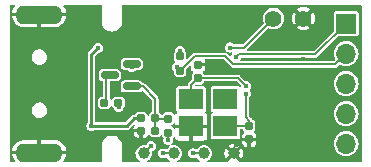
<source format=gbr>
%TF.GenerationSoftware,KiCad,Pcbnew,7.0.9*%
%TF.CreationDate,2024-09-12T17:04:34+08:00*%
%TF.ProjectId,FlyingStone-clone-01,466c7969-6e67-4537-946f-6e652d636c6f,rev?*%
%TF.SameCoordinates,Original*%
%TF.FileFunction,Copper,L2,Bot*%
%TF.FilePolarity,Positive*%
%FSLAX46Y46*%
G04 Gerber Fmt 4.6, Leading zero omitted, Abs format (unit mm)*
G04 Created by KiCad (PCBNEW 7.0.9) date 2024-09-12 17:04:34*
%MOMM*%
%LPD*%
G01*
G04 APERTURE LIST*
G04 Aperture macros list*
%AMRoundRect*
0 Rectangle with rounded corners*
0 $1 Rounding radius*
0 $2 $3 $4 $5 $6 $7 $8 $9 X,Y pos of 4 corners*
0 Add a 4 corners polygon primitive as box body*
4,1,4,$2,$3,$4,$5,$6,$7,$8,$9,$2,$3,0*
0 Add four circle primitives for the rounded corners*
1,1,$1+$1,$2,$3*
1,1,$1+$1,$4,$5*
1,1,$1+$1,$6,$7*
1,1,$1+$1,$8,$9*
0 Add four rect primitives between the rounded corners*
20,1,$1+$1,$2,$3,$4,$5,0*
20,1,$1+$1,$4,$5,$6,$7,0*
20,1,$1+$1,$6,$7,$8,$9,0*
20,1,$1+$1,$8,$9,$2,$3,0*%
G04 Aperture macros list end*
%TA.AperFunction,ComponentPad*%
%ADD10O,4.000000X1.600000*%
%TD*%
%TA.AperFunction,ComponentPad*%
%ADD11R,1.700000X1.700000*%
%TD*%
%TA.AperFunction,ComponentPad*%
%ADD12O,1.700000X1.700000*%
%TD*%
%TA.AperFunction,ComponentPad*%
%ADD13C,1.400000*%
%TD*%
%TA.AperFunction,SMDPad,CuDef*%
%ADD14RoundRect,0.150000X0.587500X0.150000X-0.587500X0.150000X-0.587500X-0.150000X0.587500X-0.150000X0*%
%TD*%
%TA.AperFunction,SMDPad,CuDef*%
%ADD15RoundRect,0.155000X0.155000X-0.212500X0.155000X0.212500X-0.155000X0.212500X-0.155000X-0.212500X0*%
%TD*%
%TA.AperFunction,SMDPad,CuDef*%
%ADD16C,1.000000*%
%TD*%
%TA.AperFunction,SMDPad,CuDef*%
%ADD17RoundRect,0.160000X0.160000X-0.197500X0.160000X0.197500X-0.160000X0.197500X-0.160000X-0.197500X0*%
%TD*%
%TA.AperFunction,SMDPad,CuDef*%
%ADD18RoundRect,0.160000X-0.160000X0.197500X-0.160000X-0.197500X0.160000X-0.197500X0.160000X0.197500X0*%
%TD*%
%TA.AperFunction,SMDPad,CuDef*%
%ADD19R,2.100000X1.800000*%
%TD*%
%TA.AperFunction,SMDPad,CuDef*%
%ADD20RoundRect,0.155000X-0.155000X0.212500X-0.155000X-0.212500X0.155000X-0.212500X0.155000X0.212500X0*%
%TD*%
%TA.AperFunction,SMDPad,CuDef*%
%ADD21RoundRect,0.160000X0.197500X0.160000X-0.197500X0.160000X-0.197500X-0.160000X0.197500X-0.160000X0*%
%TD*%
%TA.AperFunction,SMDPad,CuDef*%
%ADD22RoundRect,0.160000X-0.197500X-0.160000X0.197500X-0.160000X0.197500X0.160000X-0.197500X0.160000X0*%
%TD*%
%TA.AperFunction,ViaPad*%
%ADD23C,0.450000*%
%TD*%
%TA.AperFunction,Conductor*%
%ADD24C,0.250000*%
%TD*%
%TA.AperFunction,Conductor*%
%ADD25C,0.150000*%
%TD*%
G04 APERTURE END LIST*
D10*
%TO.P,J1,10,SHIELD*%
%TO.N,GND*%
X102600000Y-112600000D03*
X102600000Y-100900000D03*
%TD*%
D11*
%TO.P,J2,1,Pin_1*%
%TO.N,STLK_JTCK*%
X128580000Y-101670000D03*
D12*
%TO.P,J2,2,Pin_2*%
%TO.N,STLK_JTMS*%
X128580000Y-104210000D03*
%TO.P,J2,3,Pin_3*%
%TO.N,T_NRST*%
X128580000Y-106750000D03*
%TO.P,J2,4,Pin_4*%
%TO.N,STLK_RX*%
X128580000Y-109290000D03*
%TO.P,J2,5,Pin_5*%
%TO.N,STLK_TX*%
X128580000Y-111830000D03*
%TD*%
D13*
%TO.P,SW1,1,1*%
%TO.N,GND*%
X124970000Y-101240000D03*
%TO.P,SW1,2,2*%
%TO.N,PA5*%
X122430000Y-101240000D03*
%TD*%
D14*
%TO.P,Q1,1,C*%
%TO.N,+3.3V*%
X110430000Y-105080000D03*
%TO.P,Q1,2,B*%
%TO.N,Net-(Q1-B)*%
X110430000Y-106980000D03*
%TO.P,Q1,3,E*%
%TO.N,Net-(Q1-E)*%
X108555000Y-106030000D03*
%TD*%
D15*
%TO.P,C8,1*%
%TO.N,Net-(U1-PD1)*%
X116030000Y-106270000D03*
%TO.P,C8,2*%
%TO.N,GND*%
X116030000Y-105135000D03*
%TD*%
D16*
%TO.P,TP2,1,1*%
%TO.N,SWDIO*%
X113990000Y-112660000D03*
%TD*%
D17*
%TO.P,R4,1*%
%TO.N,USB_RENUM*%
X113530000Y-110903750D03*
%TO.P,R4,2*%
%TO.N,Net-(Q1-B)*%
X113530000Y-109708750D03*
%TD*%
D16*
%TO.P,TP3,1,1*%
%TO.N,SWCLK*%
X116530000Y-112660000D03*
%TD*%
%TO.P,TP1,1,1*%
%TO.N,+3.3V*%
X111450000Y-112660000D03*
%TD*%
D18*
%TO.P,R11,1*%
%TO.N,Net-(U1-PB12)*%
X114530000Y-104450000D03*
%TO.P,R11,2*%
%TO.N,STLK_JTMS*%
X114530000Y-105645000D03*
%TD*%
D19*
%TO.P,Y1,1,1*%
%TO.N,Net-(U1-PD0)*%
X118360000Y-110370000D03*
%TO.P,Y1,2,2*%
%TO.N,GND*%
X115460000Y-110370000D03*
%TO.P,Y1,3,3*%
%TO.N,Net-(U1-PD1)*%
X115460000Y-108070000D03*
%TO.P,Y1,4*%
%TO.N,N/C*%
X118360000Y-108070000D03*
%TD*%
D20*
%TO.P,C7,1*%
%TO.N,Net-(U1-PD0)*%
X120380000Y-110342500D03*
%TO.P,C7,2*%
%TO.N,GND*%
X120380000Y-111477500D03*
%TD*%
D21*
%TO.P,R1,1*%
%TO.N,Net-(J1-D+)*%
X109307500Y-108380000D03*
%TO.P,R1,2*%
%TO.N,Net-(Q1-E)*%
X108112500Y-108380000D03*
%TD*%
%TO.P,R2,1*%
%TO.N,Net-(Q1-B)*%
X112425000Y-109700000D03*
%TO.P,R2,2*%
%TO.N,+5V*%
X111230000Y-109700000D03*
%TD*%
D16*
%TO.P,TP4,1,1*%
%TO.N,GND*%
X119070000Y-112660000D03*
%TD*%
D22*
%TO.P,R3,1*%
%TO.N,GND*%
X111235000Y-110740000D03*
%TO.P,R3,2*%
%TO.N,Net-(Q1-B)*%
X112430000Y-110740000D03*
%TD*%
D23*
%TO.N,+5V*%
X107020000Y-110340000D03*
X107550000Y-103760000D03*
%TO.N,GND*%
X122120000Y-111880000D03*
X109290000Y-103070000D03*
X106180000Y-103750000D03*
X111440000Y-102370000D03*
X124950000Y-104700000D03*
X108610000Y-105310000D03*
X109990000Y-108750000D03*
X124980000Y-109520000D03*
X110467500Y-110970000D03*
X113930000Y-100810000D03*
X119240000Y-111910000D03*
X120170000Y-106000000D03*
X113850000Y-109000000D03*
%TO.N,+3.3V*%
X110440000Y-105360000D03*
X112090000Y-112030000D03*
%TO.N,Net-(U1-PD0)*%
X120090000Y-107600000D03*
%TO.N,Net-(U1-PD1)*%
X120090000Y-106950000D03*
%TO.N,Net-(J1-D+)*%
X109310000Y-108740000D03*
%TO.N,STLK_JTCK*%
X119260000Y-104500000D03*
%TO.N,STLK_JTMS*%
X114270000Y-105370000D03*
%TO.N,USB_RENUM*%
X113530000Y-111530000D03*
%TO.N,Net-(U1-PB12)*%
X114530000Y-104000000D03*
%TO.N,PA5*%
X118750000Y-103700000D03*
%TO.N,SWDIO*%
X113090000Y-112660000D03*
%TO.N,SWCLK*%
X115620000Y-112660000D03*
%TD*%
D24*
%TO.N,+5V*%
X110000000Y-110350000D02*
X107030000Y-110350000D01*
X111230000Y-109700000D02*
X110650000Y-109700000D01*
X107550000Y-103730000D02*
X107010000Y-104270000D01*
X107010000Y-104270000D02*
X107010000Y-110340000D01*
X110650000Y-109700000D02*
X110000000Y-110350000D01*
D25*
%TO.N,+3.3V*%
X111450000Y-112660000D02*
X111460000Y-112660000D01*
X111460000Y-112660000D02*
X112090000Y-112030000D01*
%TO.N,Net-(U1-PD0)*%
X120380000Y-109880000D02*
X120380000Y-110342500D01*
X120090000Y-107530000D02*
X120090000Y-109590000D01*
X120380000Y-110342500D02*
X118387500Y-110342500D01*
X118387500Y-110342500D02*
X118360000Y-110370000D01*
X120090000Y-109590000D02*
X120380000Y-109880000D01*
%TO.N,Net-(U1-PD1)*%
X115460000Y-106840000D02*
X116030000Y-106270000D01*
X115460000Y-108070000D02*
X115460000Y-106840000D01*
X120090000Y-106950000D02*
X119410000Y-106270000D01*
X119410000Y-106270000D02*
X116030000Y-106270000D01*
%TO.N,STLK_JTCK*%
X119485000Y-104275000D02*
X125975000Y-104275000D01*
X125975000Y-104275000D02*
X128580000Y-101670000D01*
X119260000Y-104500000D02*
X119485000Y-104275000D01*
%TO.N,STLK_JTMS*%
X127665000Y-105125000D02*
X128580000Y-104210000D01*
X118340000Y-104420000D02*
X119045000Y-105125000D01*
X114530000Y-105645000D02*
X115755000Y-104420000D01*
X115755000Y-104420000D02*
X118340000Y-104420000D01*
X119045000Y-105125000D02*
X127665000Y-105125000D01*
%TO.N,Net-(Q1-E)*%
X108280000Y-108212500D02*
X108280000Y-106305000D01*
X108112500Y-108380000D02*
X108280000Y-108212500D01*
X108280000Y-106305000D02*
X108555000Y-106030000D01*
%TO.N,Net-(Q1-B)*%
X112425000Y-110735000D02*
X112430000Y-110740000D01*
X112425000Y-109700000D02*
X112425000Y-110735000D01*
X110430000Y-106980000D02*
X111390000Y-106980000D01*
X113530000Y-109708750D02*
X112433750Y-109708750D01*
X111390000Y-106980000D02*
X112425000Y-108015000D01*
X112433750Y-109708750D02*
X112425000Y-109700000D01*
X112425000Y-108015000D02*
X112425000Y-109700000D01*
%TO.N,USB_RENUM*%
X113530000Y-110903750D02*
X113530000Y-111476250D01*
%TO.N,Net-(U1-PB12)*%
X114530000Y-104450000D02*
X114530000Y-104000000D01*
%TO.N,PA5*%
X122430000Y-101240000D02*
X119970000Y-103700000D01*
X119970000Y-103700000D02*
X118750000Y-103700000D01*
%TO.N,SWDIO*%
X113990000Y-112660000D02*
X113090000Y-112660000D01*
%TO.N,SWCLK*%
X116530000Y-112660000D02*
X115620000Y-112660000D01*
%TD*%
%TA.AperFunction,Conductor*%
%TO.N,GND*%
G36*
X100549788Y-100117781D02*
G01*
X100567069Y-100159500D01*
X100552658Y-100198137D01*
X100499891Y-100259032D01*
X100499889Y-100259035D01*
X100394853Y-100440962D01*
X100326143Y-100639486D01*
X100310255Y-100750000D01*
X101372935Y-100750000D01*
X101350000Y-100828111D01*
X101350000Y-100971889D01*
X101372935Y-101050000D01*
X100305897Y-101050000D01*
X100306243Y-101057256D01*
X100355770Y-101261412D01*
X100355773Y-101261419D01*
X100443035Y-101452497D01*
X100443037Y-101452500D01*
X100564892Y-101623622D01*
X100564893Y-101623623D01*
X100716927Y-101768588D01*
X100893656Y-101882165D01*
X100893662Y-101882168D01*
X101088683Y-101960243D01*
X101088687Y-101960244D01*
X101294963Y-102000000D01*
X102450000Y-102000000D01*
X102450000Y-101400000D01*
X102750000Y-101400000D01*
X102750000Y-102000000D01*
X103852397Y-102000000D01*
X103852400Y-101999999D01*
X104009119Y-101985035D01*
X104009128Y-101985033D01*
X104210685Y-101925851D01*
X104210695Y-101925847D01*
X104397402Y-101829592D01*
X104397417Y-101829583D01*
X104562537Y-101699731D01*
X104562539Y-101699729D01*
X104700108Y-101540967D01*
X104700110Y-101540964D01*
X104805146Y-101359037D01*
X104873856Y-101160513D01*
X104889745Y-101050000D01*
X103827065Y-101050000D01*
X103850000Y-100971889D01*
X103850000Y-100828111D01*
X103827065Y-100750000D01*
X104894102Y-100750000D01*
X104893756Y-100742743D01*
X104844229Y-100538587D01*
X104844226Y-100538580D01*
X104756964Y-100347502D01*
X104756962Y-100347499D01*
X104647459Y-100193723D01*
X104637336Y-100149716D01*
X104661296Y-100111440D01*
X104695519Y-100100500D01*
X107840500Y-100100500D01*
X107882219Y-100117781D01*
X107899500Y-100159500D01*
X107899500Y-101589391D01*
X107936671Y-101764270D01*
X107936672Y-101764271D01*
X108009383Y-101927584D01*
X108009386Y-101927590D01*
X108009387Y-101927592D01*
X108009388Y-101927593D01*
X108114474Y-102072230D01*
X108114475Y-102072231D01*
X108114476Y-102072232D01*
X108118099Y-102075494D01*
X108247335Y-102191859D01*
X108247338Y-102191861D01*
X108247341Y-102191863D01*
X108339097Y-102244838D01*
X108402165Y-102281250D01*
X108479710Y-102306446D01*
X108572196Y-102336497D01*
X108589106Y-102338274D01*
X108750000Y-102355185D01*
X108927803Y-102336497D01*
X109097835Y-102281250D01*
X109252665Y-102191859D01*
X109385526Y-102072230D01*
X109490612Y-101927593D01*
X109563329Y-101764267D01*
X109600500Y-101589391D01*
X109600500Y-101500000D01*
X109600500Y-101473071D01*
X109600500Y-100159500D01*
X109617781Y-100117781D01*
X109659500Y-100100500D01*
X129840500Y-100100500D01*
X129882219Y-100117781D01*
X129899500Y-100159500D01*
X129899500Y-113340500D01*
X129882219Y-113382219D01*
X129840500Y-113399500D01*
X119577257Y-113399500D01*
X119535538Y-113382219D01*
X119518257Y-113340500D01*
X119518628Y-113333894D01*
X119519957Y-113322089D01*
X119070001Y-112872132D01*
X119069999Y-112872132D01*
X118620041Y-113322089D01*
X118621371Y-113333894D01*
X118608870Y-113377286D01*
X118569348Y-113399129D01*
X118562742Y-113399500D01*
X116867722Y-113399500D01*
X116826003Y-113382219D01*
X116808722Y-113340500D01*
X116826003Y-113298781D01*
X116840301Y-113288259D01*
X116930852Y-113240734D01*
X117058183Y-113127929D01*
X117154818Y-112987930D01*
X117215140Y-112828872D01*
X117235645Y-112660000D01*
X118264938Y-112660000D01*
X118285123Y-112839142D01*
X118344662Y-113009300D01*
X118407909Y-113109957D01*
X118857868Y-112660000D01*
X119282132Y-112660000D01*
X119732089Y-113109957D01*
X119795337Y-113009300D01*
X119854876Y-112839142D01*
X119875061Y-112660000D01*
X119854876Y-112480857D01*
X119795337Y-112310699D01*
X119732089Y-112210041D01*
X119282132Y-112659999D01*
X119282132Y-112660000D01*
X118857868Y-112660000D01*
X118857868Y-112659999D01*
X118407908Y-112210040D01*
X118344663Y-112310696D01*
X118344663Y-112310697D01*
X118285123Y-112480857D01*
X118264938Y-112660000D01*
X117235645Y-112660000D01*
X117215140Y-112491128D01*
X117154818Y-112332070D01*
X117058183Y-112192071D01*
X117038968Y-112175048D01*
X116930855Y-112079268D01*
X116930853Y-112079267D01*
X116930852Y-112079266D01*
X116780225Y-112000210D01*
X116780224Y-112000209D01*
X116780223Y-112000209D01*
X116780220Y-112000208D01*
X116770888Y-111997908D01*
X118620040Y-111997908D01*
X119069999Y-112447868D01*
X119070001Y-112447868D01*
X119519957Y-111997909D01*
X119419300Y-111934662D01*
X119249142Y-111875123D01*
X119070000Y-111854938D01*
X118890857Y-111875123D01*
X118720697Y-111934663D01*
X118720696Y-111934663D01*
X118620040Y-111997908D01*
X116770888Y-111997908D01*
X116615056Y-111959500D01*
X116444944Y-111959500D01*
X116279779Y-112000208D01*
X116279776Y-112000209D01*
X116129144Y-112079268D01*
X116001819Y-112192068D01*
X116001814Y-112192073D01*
X115936717Y-112286383D01*
X115898796Y-112310901D01*
X115861376Y-112305437D01*
X115817766Y-112283217D01*
X115753126Y-112250281D01*
X115620000Y-112229196D01*
X115486874Y-112250281D01*
X115486869Y-112250282D01*
X115366782Y-112311470D01*
X115366775Y-112311475D01*
X115271475Y-112406775D01*
X115271470Y-112406782D01*
X115210282Y-112526869D01*
X115210281Y-112526874D01*
X115189196Y-112660000D01*
X115210281Y-112793125D01*
X115210282Y-112793130D01*
X115271470Y-112913217D01*
X115271475Y-112913224D01*
X115366775Y-113008524D01*
X115366778Y-113008526D01*
X115366780Y-113008528D01*
X115366782Y-113008529D01*
X115486869Y-113069717D01*
X115486870Y-113069717D01*
X115486874Y-113069719D01*
X115620000Y-113090804D01*
X115753126Y-113069719D01*
X115861376Y-113014563D01*
X115906393Y-113011020D01*
X115936717Y-113033616D01*
X116001815Y-113127926D01*
X116001819Y-113127931D01*
X116129144Y-113240731D01*
X116129145Y-113240731D01*
X116129148Y-113240734D01*
X116219697Y-113288258D01*
X116248607Y-113322948D01*
X116244520Y-113367919D01*
X116209830Y-113396829D01*
X116192278Y-113399500D01*
X114327722Y-113399500D01*
X114286003Y-113382219D01*
X114268722Y-113340500D01*
X114286003Y-113298781D01*
X114300301Y-113288259D01*
X114390852Y-113240734D01*
X114518183Y-113127929D01*
X114614818Y-112987930D01*
X114675140Y-112828872D01*
X114695645Y-112660000D01*
X114675140Y-112491128D01*
X114614818Y-112332070D01*
X114518183Y-112192071D01*
X114498968Y-112175048D01*
X114390855Y-112079268D01*
X114390853Y-112079267D01*
X114390852Y-112079266D01*
X114240225Y-112000210D01*
X114240224Y-112000209D01*
X114240223Y-112000209D01*
X114240220Y-112000208D01*
X114075056Y-111959500D01*
X113904944Y-111959500D01*
X113841439Y-111975152D01*
X113796797Y-111968357D01*
X113770034Y-111931985D01*
X113776829Y-111887343D01*
X113785597Y-111876150D01*
X113878528Y-111783220D01*
X113939719Y-111663126D01*
X113945362Y-111627500D01*
X119770001Y-111627500D01*
X119770001Y-111744803D01*
X119772882Y-111775540D01*
X119772884Y-111775550D01*
X119818182Y-111905006D01*
X119818184Y-111905009D01*
X119899632Y-112015367D01*
X120009990Y-112096815D01*
X120009993Y-112096817D01*
X120139453Y-112142117D01*
X120170197Y-112144999D01*
X120229999Y-112144999D01*
X120230000Y-112144998D01*
X120230000Y-111627500D01*
X120530000Y-111627500D01*
X120530000Y-112144999D01*
X120589803Y-112144999D01*
X120620540Y-112142117D01*
X120620550Y-112142115D01*
X120750006Y-112096817D01*
X120750009Y-112096815D01*
X120860367Y-112015367D01*
X120941815Y-111905009D01*
X120941817Y-111905006D01*
X120968063Y-111830000D01*
X127524417Y-111830000D01*
X127544699Y-112035930D01*
X127544699Y-112035932D01*
X127544700Y-112035934D01*
X127604768Y-112233954D01*
X127604769Y-112233957D01*
X127604770Y-112233958D01*
X127702313Y-112416448D01*
X127833589Y-112576410D01*
X127993551Y-112707686D01*
X128072715Y-112750000D01*
X128176046Y-112805232D01*
X128374066Y-112865300D01*
X128580000Y-112885583D01*
X128785934Y-112865300D01*
X128983954Y-112805232D01*
X129166450Y-112707685D01*
X129326410Y-112576410D01*
X129457685Y-112416450D01*
X129555232Y-112233954D01*
X129615300Y-112035934D01*
X129635583Y-111830000D01*
X129615300Y-111624066D01*
X129555232Y-111426046D01*
X129502558Y-111327500D01*
X129457686Y-111243551D01*
X129326410Y-111083589D01*
X129166448Y-110952313D01*
X128983958Y-110854770D01*
X128983957Y-110854769D01*
X128983954Y-110854768D01*
X128785934Y-110794700D01*
X128785932Y-110794699D01*
X128785930Y-110794699D01*
X128580000Y-110774417D01*
X128374069Y-110794699D01*
X128374066Y-110794700D01*
X128176046Y-110854768D01*
X128176043Y-110854769D01*
X128176041Y-110854770D01*
X127993551Y-110952313D01*
X127833589Y-111083589D01*
X127702313Y-111243551D01*
X127604770Y-111426041D01*
X127604769Y-111426043D01*
X127604768Y-111426046D01*
X127573235Y-111529999D01*
X127544699Y-111624069D01*
X127524417Y-111830000D01*
X120968063Y-111830000D01*
X120987117Y-111775546D01*
X120990000Y-111744802D01*
X120990000Y-111627500D01*
X120530000Y-111627500D01*
X120230000Y-111627500D01*
X119770001Y-111627500D01*
X113945362Y-111627500D01*
X113960804Y-111530000D01*
X113939719Y-111396874D01*
X113939717Y-111396870D01*
X113939564Y-111395903D01*
X113950106Y-111351994D01*
X113956120Y-111344953D01*
X113961196Y-111339878D01*
X113987449Y-111313625D01*
X113998072Y-111291896D01*
X114031919Y-111262005D01*
X114076989Y-111264803D01*
X114106880Y-111298650D01*
X114109725Y-111313110D01*
X114109805Y-111313101D01*
X114109922Y-111314113D01*
X114109978Y-111314396D01*
X114110000Y-111314789D01*
X114112909Y-111339874D01*
X114158211Y-111442474D01*
X114158215Y-111442480D01*
X114237519Y-111521784D01*
X114237525Y-111521788D01*
X114340121Y-111567088D01*
X114340126Y-111567089D01*
X114365210Y-111569999D01*
X115310000Y-111569999D01*
X115310000Y-110520000D01*
X115610000Y-110520000D01*
X115610000Y-111569999D01*
X116554791Y-111569999D01*
X116579874Y-111567090D01*
X116682474Y-111521788D01*
X116682480Y-111521784D01*
X116761784Y-111442480D01*
X116761788Y-111442474D01*
X116807088Y-111339878D01*
X116807089Y-111339873D01*
X116810000Y-111314789D01*
X116810000Y-110520000D01*
X115610000Y-110520000D01*
X115310000Y-110520000D01*
X114110000Y-110520000D01*
X114094698Y-110535302D01*
X114052978Y-110552582D01*
X114011259Y-110535301D01*
X113999974Y-110519495D01*
X113987450Y-110493877D01*
X113987449Y-110493876D01*
X113987449Y-110493875D01*
X113902375Y-110408801D01*
X113902374Y-110408800D01*
X113902372Y-110408799D01*
X113849769Y-110383083D01*
X113801026Y-110359254D01*
X113771137Y-110325407D01*
X113773935Y-110280337D01*
X113801026Y-110253245D01*
X113902375Y-110203699D01*
X113987449Y-110118625D01*
X113997995Y-110097052D01*
X114031842Y-110067162D01*
X114076912Y-110069960D01*
X114106803Y-110103807D01*
X114110000Y-110122965D01*
X114110000Y-110220000D01*
X116809999Y-110220000D01*
X116809999Y-109425208D01*
X116807090Y-109400125D01*
X116761788Y-109297525D01*
X116761784Y-109297519D01*
X116682480Y-109218215D01*
X116682476Y-109218212D01*
X116669985Y-109212697D01*
X116638801Y-109180037D01*
X116639844Y-109134892D01*
X116652101Y-109117002D01*
X116654545Y-109114556D01*
X116654552Y-109114552D01*
X116698867Y-109048231D01*
X116710499Y-108989751D01*
X116710500Y-108989751D01*
X116710500Y-107150249D01*
X116710499Y-107150248D01*
X116698868Y-107091772D01*
X116698866Y-107091767D01*
X116654552Y-107025448D01*
X116654551Y-107025447D01*
X116588232Y-106981133D01*
X116588227Y-106981131D01*
X116529751Y-106969500D01*
X116529748Y-106969500D01*
X115862554Y-106969500D01*
X115820835Y-106952219D01*
X115803554Y-106910500D01*
X115820835Y-106868781D01*
X115834335Y-106855281D01*
X115876054Y-106838000D01*
X116218736Y-106838000D01*
X116218742Y-106838000D01*
X116287840Y-106827933D01*
X116394429Y-106775824D01*
X116478324Y-106691929D01*
X116530433Y-106585340D01*
X116530433Y-106585337D01*
X116532445Y-106581223D01*
X116534085Y-106582024D01*
X116558731Y-106552319D01*
X116586265Y-106545500D01*
X119271446Y-106545500D01*
X119313165Y-106562781D01*
X119643570Y-106893186D01*
X119660851Y-106934905D01*
X119660125Y-106944132D01*
X119659196Y-106950000D01*
X119659848Y-106954116D01*
X119665303Y-106988560D01*
X119654761Y-107032469D01*
X119616258Y-107056063D01*
X119572349Y-107045521D01*
X119557972Y-107030567D01*
X119554551Y-107025447D01*
X119488232Y-106981133D01*
X119488227Y-106981131D01*
X119429751Y-106969500D01*
X119429748Y-106969500D01*
X117290252Y-106969500D01*
X117290249Y-106969500D01*
X117231772Y-106981131D01*
X117231767Y-106981133D01*
X117165448Y-107025447D01*
X117165447Y-107025448D01*
X117121133Y-107091767D01*
X117121131Y-107091772D01*
X117109500Y-107150248D01*
X117109500Y-108989751D01*
X117121131Y-109048227D01*
X117121133Y-109048232D01*
X117165447Y-109114551D01*
X117165448Y-109114552D01*
X117231767Y-109158866D01*
X117231768Y-109158866D01*
X117231769Y-109158867D01*
X117231772Y-109158868D01*
X117248189Y-109162134D01*
X117285736Y-109187221D01*
X117294545Y-109231510D01*
X117269458Y-109269057D01*
X117248189Y-109277866D01*
X117231772Y-109281131D01*
X117231767Y-109281133D01*
X117165448Y-109325447D01*
X117165447Y-109325448D01*
X117121133Y-109391767D01*
X117121131Y-109391772D01*
X117109500Y-109450248D01*
X117109500Y-111289751D01*
X117121131Y-111348227D01*
X117121133Y-111348232D01*
X117165447Y-111414551D01*
X117165448Y-111414552D01*
X117231767Y-111458866D01*
X117231768Y-111458866D01*
X117231769Y-111458867D01*
X117231772Y-111458868D01*
X117270581Y-111466587D01*
X117290248Y-111470499D01*
X117290249Y-111470500D01*
X117290252Y-111470500D01*
X119429751Y-111470500D01*
X119429751Y-111470499D01*
X119468560Y-111462779D01*
X119488227Y-111458868D01*
X119488228Y-111458867D01*
X119488231Y-111458867D01*
X119554552Y-111414552D01*
X119598867Y-111348231D01*
X119610499Y-111289751D01*
X119610500Y-111289751D01*
X119610500Y-110677000D01*
X119627781Y-110635281D01*
X119669500Y-110618000D01*
X119823735Y-110618000D01*
X119865454Y-110635281D01*
X119876798Y-110654093D01*
X119877555Y-110653723D01*
X119879566Y-110657838D01*
X119879567Y-110657840D01*
X119890041Y-110679264D01*
X119931674Y-110764426D01*
X119931675Y-110764427D01*
X119931676Y-110764429D01*
X119961946Y-110794699D01*
X119970396Y-110803149D01*
X119987676Y-110844869D01*
X119970395Y-110886588D01*
X119963712Y-110892339D01*
X119899632Y-110939632D01*
X119818184Y-111049990D01*
X119818182Y-111049993D01*
X119772882Y-111179453D01*
X119770000Y-111210197D01*
X119770000Y-111327500D01*
X120989999Y-111327500D01*
X120989999Y-111210196D01*
X120987117Y-111179459D01*
X120987115Y-111179449D01*
X120941817Y-111049993D01*
X120941815Y-111049990D01*
X120860365Y-110939631D01*
X120796287Y-110892339D01*
X120772981Y-110853662D01*
X120783851Y-110809833D01*
X120789590Y-110803162D01*
X120828324Y-110764429D01*
X120880433Y-110657840D01*
X120890500Y-110588742D01*
X120890500Y-110096258D01*
X120880433Y-110027160D01*
X120828324Y-109920571D01*
X120744429Y-109836676D01*
X120744428Y-109836675D01*
X120744426Y-109836674D01*
X120685981Y-109808102D01*
X120666596Y-109798625D01*
X120643453Y-109778400D01*
X120639515Y-109772506D01*
X120639515Y-109772505D01*
X120578624Y-109681376D01*
X120578622Y-109681375D01*
X120578622Y-109681374D01*
X120560454Y-109669235D01*
X120551514Y-109661898D01*
X120382781Y-109493165D01*
X120365500Y-109451446D01*
X120365500Y-109290000D01*
X127524417Y-109290000D01*
X127544699Y-109495930D01*
X127544699Y-109495932D01*
X127544700Y-109495934D01*
X127604768Y-109693954D01*
X127604769Y-109693957D01*
X127604770Y-109693958D01*
X127702313Y-109876448D01*
X127833589Y-110036410D01*
X127993551Y-110167686D01*
X128080423Y-110214120D01*
X128176046Y-110265232D01*
X128374066Y-110325300D01*
X128580000Y-110345583D01*
X128785934Y-110325300D01*
X128983954Y-110265232D01*
X129166450Y-110167685D01*
X129326410Y-110036410D01*
X129457685Y-109876450D01*
X129555232Y-109693954D01*
X129615300Y-109495934D01*
X129635583Y-109290000D01*
X129615300Y-109084066D01*
X129555232Y-108886046D01*
X129507842Y-108797387D01*
X129457686Y-108703551D01*
X129326410Y-108543589D01*
X129166448Y-108412313D01*
X128983958Y-108314770D01*
X128983957Y-108314769D01*
X128983954Y-108314768D01*
X128785934Y-108254700D01*
X128785932Y-108254699D01*
X128785930Y-108254699D01*
X128580000Y-108234417D01*
X128374069Y-108254699D01*
X128374066Y-108254700D01*
X128176046Y-108314768D01*
X128176043Y-108314769D01*
X128176041Y-108314770D01*
X127993551Y-108412313D01*
X127833589Y-108543589D01*
X127702313Y-108703551D01*
X127604770Y-108886041D01*
X127604769Y-108886043D01*
X127604768Y-108886046D01*
X127572258Y-108993220D01*
X127544699Y-109084069D01*
X127524417Y-109290000D01*
X120365500Y-109290000D01*
X120365500Y-107950686D01*
X120382781Y-107908967D01*
X120438528Y-107853220D01*
X120499719Y-107733126D01*
X120520804Y-107600000D01*
X120499719Y-107466874D01*
X120499717Y-107466870D01*
X120499717Y-107466869D01*
X120438529Y-107346782D01*
X120438527Y-107346779D01*
X120427584Y-107335836D01*
X120408466Y-107316718D01*
X120391186Y-107275001D01*
X120408465Y-107233282D01*
X120438528Y-107203220D01*
X120499719Y-107083126D01*
X120520804Y-106950000D01*
X120499719Y-106816874D01*
X120499717Y-106816870D01*
X120499717Y-106816869D01*
X120465645Y-106750000D01*
X127524417Y-106750000D01*
X127544699Y-106955930D01*
X127544699Y-106955932D01*
X127544700Y-106955934D01*
X127604768Y-107153954D01*
X127604769Y-107153957D01*
X127604770Y-107153958D01*
X127702313Y-107336448D01*
X127833589Y-107496410D01*
X127993551Y-107627686D01*
X128100683Y-107684949D01*
X128176046Y-107725232D01*
X128374066Y-107785300D01*
X128580000Y-107805583D01*
X128785934Y-107785300D01*
X128983954Y-107725232D01*
X129166450Y-107627685D01*
X129326410Y-107496410D01*
X129457685Y-107336450D01*
X129555232Y-107153954D01*
X129615300Y-106955934D01*
X129635583Y-106750000D01*
X129615300Y-106544066D01*
X129555232Y-106346046D01*
X129473315Y-106192791D01*
X129457686Y-106163551D01*
X129326410Y-106003589D01*
X129166448Y-105872313D01*
X128983958Y-105774770D01*
X128983957Y-105774769D01*
X128983954Y-105774768D01*
X128785934Y-105714700D01*
X128785932Y-105714699D01*
X128785930Y-105714699D01*
X128580000Y-105694417D01*
X128374069Y-105714699D01*
X128342989Y-105724126D01*
X128176046Y-105774768D01*
X128176043Y-105774769D01*
X128176041Y-105774770D01*
X127993551Y-105872313D01*
X127833589Y-106003589D01*
X127702313Y-106163551D01*
X127604770Y-106346041D01*
X127604769Y-106346043D01*
X127604768Y-106346046D01*
X127564286Y-106479500D01*
X127544699Y-106544069D01*
X127524417Y-106750000D01*
X120465645Y-106750000D01*
X120438529Y-106696782D01*
X120438524Y-106696775D01*
X120343224Y-106601475D01*
X120343217Y-106601470D01*
X120223130Y-106540282D01*
X120223126Y-106540281D01*
X120090000Y-106519196D01*
X120089998Y-106519196D01*
X120084132Y-106520125D01*
X120040224Y-106509582D01*
X120033186Y-106503570D01*
X119628101Y-106098485D01*
X119620763Y-106089544D01*
X119608624Y-106071376D01*
X119608622Y-106071374D01*
X119598312Y-106064486D01*
X119588033Y-106057617D01*
X119588027Y-106057612D01*
X119546701Y-106030000D01*
X119517495Y-106010485D01*
X119517491Y-106010483D01*
X119435100Y-105994095D01*
X119435071Y-105994090D01*
X119410002Y-105989103D01*
X119409999Y-105989103D01*
X119388569Y-105993366D01*
X119377058Y-105994500D01*
X116586265Y-105994500D01*
X116544546Y-105977219D01*
X116533201Y-105958406D01*
X116532445Y-105958777D01*
X116530433Y-105954661D01*
X116530433Y-105954660D01*
X116478324Y-105848071D01*
X116439603Y-105809350D01*
X116422322Y-105767631D01*
X116439603Y-105725912D01*
X116446287Y-105720159D01*
X116510367Y-105672866D01*
X116591815Y-105562509D01*
X116591817Y-105562506D01*
X116637117Y-105433046D01*
X116640000Y-105402302D01*
X116640000Y-105285000D01*
X115939000Y-105285000D01*
X115897281Y-105267719D01*
X115880000Y-105226000D01*
X115880000Y-105044000D01*
X115897281Y-105002281D01*
X115939000Y-104985000D01*
X116639999Y-104985000D01*
X116639999Y-104867696D01*
X116637117Y-104836959D01*
X116637115Y-104836949D01*
X116615084Y-104773986D01*
X116617616Y-104728900D01*
X116651287Y-104698811D01*
X116670773Y-104695500D01*
X118201446Y-104695500D01*
X118243165Y-104712781D01*
X118826897Y-105296513D01*
X118834235Y-105305454D01*
X118846376Y-105323624D01*
X118869376Y-105338992D01*
X118869378Y-105338994D01*
X118937506Y-105384516D01*
X118937509Y-105384516D01*
X118937510Y-105384517D01*
X119044998Y-105405897D01*
X119045000Y-105405897D01*
X119045001Y-105405897D01*
X119063074Y-105402302D01*
X119066433Y-105401633D01*
X119077943Y-105400500D01*
X127632058Y-105400500D01*
X127643568Y-105401633D01*
X127665000Y-105405897D01*
X127689293Y-105401064D01*
X127689299Y-105401064D01*
X127772491Y-105384516D01*
X127772491Y-105384515D01*
X127772495Y-105384515D01*
X127834306Y-105343214D01*
X127847008Y-105334728D01*
X127847014Y-105334721D01*
X127863624Y-105323624D01*
X127875767Y-105305449D01*
X127883096Y-105296518D01*
X128026721Y-105152893D01*
X128068439Y-105135613D01*
X128096251Y-105142579D01*
X128115547Y-105152894D01*
X128176039Y-105185229D01*
X128176042Y-105185229D01*
X128176046Y-105185232D01*
X128374066Y-105245300D01*
X128580000Y-105265583D01*
X128785934Y-105245300D01*
X128983954Y-105185232D01*
X129166450Y-105087685D01*
X129326410Y-104956410D01*
X129457685Y-104796450D01*
X129555232Y-104613954D01*
X129615300Y-104415934D01*
X129635583Y-104210000D01*
X129615300Y-104004066D01*
X129555232Y-103806046D01*
X129514949Y-103730683D01*
X129457686Y-103623551D01*
X129326410Y-103463589D01*
X129166448Y-103332313D01*
X128983958Y-103234770D01*
X128983957Y-103234769D01*
X128983954Y-103234768D01*
X128785934Y-103174700D01*
X128785932Y-103174699D01*
X128785930Y-103174699D01*
X128580000Y-103154417D01*
X128374069Y-103174699D01*
X128374066Y-103174700D01*
X128176046Y-103234768D01*
X128176043Y-103234769D01*
X128176041Y-103234770D01*
X127993551Y-103332313D01*
X127833589Y-103463589D01*
X127702313Y-103623551D01*
X127604770Y-103806041D01*
X127604769Y-103806043D01*
X127604768Y-103806046D01*
X127568553Y-103925432D01*
X127544699Y-104004069D01*
X127524417Y-104210000D01*
X127544699Y-104415930D01*
X127544699Y-104415932D01*
X127544700Y-104415934D01*
X127604768Y-104613954D01*
X127604769Y-104613957D01*
X127604770Y-104613958D01*
X127647418Y-104693746D01*
X127651845Y-104738686D01*
X127637104Y-104763278D01*
X127568164Y-104832219D01*
X127526447Y-104849500D01*
X119654371Y-104849500D01*
X119612652Y-104832219D01*
X119595371Y-104790500D01*
X119606637Y-104755824D01*
X119608527Y-104753221D01*
X119609259Y-104751786D01*
X119669719Y-104633126D01*
X119672756Y-104613954D01*
X119674924Y-104600269D01*
X119698519Y-104561767D01*
X119733197Y-104550500D01*
X125942058Y-104550500D01*
X125953568Y-104551633D01*
X125975000Y-104555897D01*
X125999293Y-104551064D01*
X125999299Y-104551064D01*
X126082491Y-104534516D01*
X126082491Y-104534515D01*
X126082495Y-104534515D01*
X126134150Y-104500000D01*
X126150622Y-104488994D01*
X126150622Y-104488992D01*
X126157011Y-104484724D01*
X126157011Y-104484723D01*
X126173624Y-104473624D01*
X126185766Y-104455452D01*
X126193098Y-104446517D01*
X127901835Y-102737781D01*
X127943554Y-102720500D01*
X129449751Y-102720500D01*
X129449751Y-102720499D01*
X129488560Y-102712779D01*
X129508227Y-102708868D01*
X129508228Y-102708867D01*
X129508231Y-102708867D01*
X129574552Y-102664552D01*
X129618867Y-102598231D01*
X129630499Y-102539751D01*
X129630500Y-102539751D01*
X129630500Y-100800249D01*
X129630499Y-100800248D01*
X129618868Y-100741772D01*
X129618866Y-100741767D01*
X129574552Y-100675448D01*
X129574551Y-100675447D01*
X129508232Y-100631133D01*
X129508227Y-100631131D01*
X129449751Y-100619500D01*
X129449748Y-100619500D01*
X127710252Y-100619500D01*
X127710249Y-100619500D01*
X127651772Y-100631131D01*
X127651767Y-100631133D01*
X127585448Y-100675447D01*
X127585447Y-100675448D01*
X127541133Y-100741767D01*
X127541131Y-100741772D01*
X127529500Y-100800248D01*
X127529500Y-102306446D01*
X127512219Y-102348165D01*
X125878165Y-103982219D01*
X125836446Y-103999500D01*
X120210187Y-103999500D01*
X120168468Y-103982219D01*
X120151187Y-103940500D01*
X120166283Y-103904053D01*
X120165394Y-103903459D01*
X120168384Y-103898982D01*
X120168468Y-103898781D01*
X120168622Y-103898626D01*
X120168622Y-103898624D01*
X120168624Y-103898624D01*
X120180767Y-103880449D01*
X120188096Y-103871518D01*
X121988863Y-102070751D01*
X122030581Y-102053471D01*
X122054579Y-102058572D01*
X122081936Y-102070752D01*
X122150195Y-102101143D01*
X122150196Y-102101143D01*
X122150197Y-102101144D01*
X122335354Y-102140500D01*
X122524646Y-102140500D01*
X122709803Y-102101144D01*
X122882730Y-102024151D01*
X123035871Y-101912888D01*
X123162533Y-101772216D01*
X123257179Y-101608284D01*
X123295111Y-101491539D01*
X123315674Y-101428257D01*
X123320254Y-101384680D01*
X123335460Y-101240000D01*
X123965161Y-101240000D01*
X123984468Y-101436034D01*
X123984469Y-101436036D01*
X124041648Y-101624530D01*
X124041654Y-101624544D01*
X124134503Y-101798254D01*
X124134505Y-101798256D01*
X124163852Y-101834015D01*
X124600998Y-101396869D01*
X124642359Y-101478045D01*
X124731955Y-101567641D01*
X124813129Y-101609001D01*
X124375983Y-102046146D01*
X124375983Y-102046147D01*
X124411743Y-102075494D01*
X124411745Y-102075496D01*
X124585455Y-102168345D01*
X124585469Y-102168351D01*
X124773963Y-102225530D01*
X124773965Y-102225531D01*
X124970000Y-102244838D01*
X125166034Y-102225531D01*
X125166036Y-102225530D01*
X125354530Y-102168351D01*
X125354544Y-102168345D01*
X125528254Y-102075496D01*
X125528262Y-102075490D01*
X125564014Y-102046147D01*
X125564015Y-102046146D01*
X125126870Y-101609001D01*
X125208045Y-101567641D01*
X125297641Y-101478045D01*
X125339001Y-101396870D01*
X125776146Y-101834015D01*
X125776147Y-101834014D01*
X125805490Y-101798262D01*
X125805496Y-101798254D01*
X125898345Y-101624544D01*
X125898351Y-101624530D01*
X125955530Y-101436036D01*
X125955531Y-101436034D01*
X125974838Y-101240000D01*
X125955531Y-101043965D01*
X125955530Y-101043963D01*
X125898351Y-100855469D01*
X125898345Y-100855455D01*
X125805496Y-100681745D01*
X125805494Y-100681743D01*
X125776146Y-100645983D01*
X125339001Y-101083128D01*
X125297641Y-101001955D01*
X125208045Y-100912359D01*
X125126870Y-100870998D01*
X125564015Y-100433852D01*
X125564015Y-100433851D01*
X125528256Y-100404505D01*
X125528254Y-100404503D01*
X125354544Y-100311654D01*
X125354530Y-100311648D01*
X125166036Y-100254469D01*
X125166034Y-100254468D01*
X124970000Y-100235161D01*
X124773965Y-100254468D01*
X124773963Y-100254469D01*
X124585469Y-100311648D01*
X124585455Y-100311654D01*
X124411745Y-100404503D01*
X124411744Y-100404504D01*
X124375984Y-100433852D01*
X124813129Y-100870998D01*
X124731955Y-100912359D01*
X124642359Y-101001955D01*
X124600998Y-101083129D01*
X124163852Y-100645984D01*
X124134504Y-100681744D01*
X124134503Y-100681745D01*
X124041654Y-100855455D01*
X124041648Y-100855469D01*
X123984469Y-101043963D01*
X123984468Y-101043965D01*
X123965161Y-101240000D01*
X123335460Y-101240000D01*
X123315674Y-101051744D01*
X123315674Y-101051742D01*
X123257181Y-100871723D01*
X123257179Y-100871716D01*
X123162533Y-100707784D01*
X123162530Y-100707781D01*
X123162529Y-100707779D01*
X123035869Y-100567110D01*
X122882735Y-100455852D01*
X122882728Y-100455848D01*
X122709804Y-100378856D01*
X122524646Y-100339500D01*
X122335354Y-100339500D01*
X122150195Y-100378856D01*
X121977271Y-100455848D01*
X121977264Y-100455852D01*
X121824130Y-100567110D01*
X121697470Y-100707779D01*
X121697466Y-100707785D01*
X121602825Y-100871707D01*
X121602818Y-100871723D01*
X121544325Y-101051742D01*
X121524540Y-101240000D01*
X121544325Y-101428257D01*
X121602818Y-101608276D01*
X121602823Y-101608289D01*
X121605544Y-101613002D01*
X121611434Y-101657773D01*
X121596165Y-101684217D01*
X119873165Y-103407219D01*
X119831446Y-103424500D01*
X119100686Y-103424500D01*
X119058967Y-103407219D01*
X119003220Y-103351472D01*
X119003217Y-103351470D01*
X118883130Y-103290282D01*
X118883126Y-103290281D01*
X118750000Y-103269196D01*
X118616874Y-103290281D01*
X118616869Y-103290282D01*
X118496782Y-103351470D01*
X118496775Y-103351475D01*
X118401475Y-103446775D01*
X118401470Y-103446782D01*
X118340282Y-103566869D01*
X118340281Y-103566874D01*
X118319196Y-103700000D01*
X118340281Y-103833125D01*
X118340282Y-103833130D01*
X118401470Y-103953217D01*
X118401475Y-103953224D01*
X118496775Y-104048524D01*
X118496778Y-104048526D01*
X118496780Y-104048528D01*
X118496782Y-104048529D01*
X118616869Y-104109717D01*
X118616870Y-104109717D01*
X118616874Y-104109719D01*
X118750000Y-104130804D01*
X118883126Y-104109719D01*
X118888455Y-104107003D01*
X118933468Y-104103458D01*
X118967808Y-104132783D01*
X118971354Y-104177800D01*
X118956960Y-104201291D01*
X118911472Y-104246779D01*
X118911470Y-104246782D01*
X118850282Y-104366869D01*
X118850279Y-104366880D01*
X118844632Y-104402535D01*
X118821038Y-104441037D01*
X118777129Y-104451578D01*
X118744640Y-104435024D01*
X118558101Y-104248485D01*
X118550763Y-104239544D01*
X118538624Y-104221376D01*
X118538622Y-104221374D01*
X118528312Y-104214486D01*
X118515623Y-104206007D01*
X118515622Y-104206006D01*
X118489465Y-104188528D01*
X118447495Y-104160485D01*
X118447491Y-104160483D01*
X118365100Y-104144095D01*
X118365071Y-104144090D01*
X118340002Y-104139103D01*
X118339999Y-104139103D01*
X118318569Y-104143366D01*
X118307058Y-104144500D01*
X115787943Y-104144500D01*
X115776433Y-104143366D01*
X115767662Y-104141621D01*
X115755001Y-104139103D01*
X115754998Y-104139103D01*
X115647510Y-104160482D01*
X115647504Y-104160485D01*
X115579378Y-104206005D01*
X115556375Y-104221376D01*
X115544232Y-104239548D01*
X115536896Y-104248486D01*
X115151218Y-104634164D01*
X115109499Y-104651445D01*
X115067780Y-104634164D01*
X115050499Y-104592446D01*
X115050499Y-104218286D01*
X115040291Y-104148214D01*
X114987449Y-104040125D01*
X114976896Y-104029572D01*
X114960342Y-103997084D01*
X114939719Y-103866874D01*
X114939717Y-103866870D01*
X114939717Y-103866869D01*
X114878529Y-103746782D01*
X114878524Y-103746775D01*
X114783224Y-103651475D01*
X114783217Y-103651470D01*
X114663130Y-103590282D01*
X114663126Y-103590281D01*
X114530000Y-103569196D01*
X114396874Y-103590281D01*
X114396869Y-103590282D01*
X114276782Y-103651470D01*
X114276775Y-103651475D01*
X114181475Y-103746775D01*
X114181470Y-103746782D01*
X114120282Y-103866869D01*
X114120281Y-103866874D01*
X114099658Y-103997081D01*
X114083106Y-104029567D01*
X114072555Y-104040119D01*
X114072548Y-104040128D01*
X114019709Y-104148213D01*
X114019642Y-104148674D01*
X114009500Y-104218285D01*
X114009500Y-104218286D01*
X114009500Y-104218289D01*
X114009500Y-104681709D01*
X114019709Y-104751787D01*
X114072549Y-104859872D01*
X114072552Y-104859876D01*
X114103356Y-104890680D01*
X114120637Y-104932399D01*
X114103356Y-104974118D01*
X114088423Y-104984968D01*
X114016780Y-105021471D01*
X114016775Y-105021475D01*
X113921475Y-105116775D01*
X113921470Y-105116782D01*
X113860282Y-105236869D01*
X113860281Y-105236874D01*
X113839196Y-105370000D01*
X113859284Y-105496834D01*
X113860281Y-105503125D01*
X113860282Y-105503130D01*
X113921470Y-105623217D01*
X113921472Y-105623220D01*
X113992219Y-105693967D01*
X114009500Y-105735686D01*
X114009500Y-105876709D01*
X114019709Y-105946787D01*
X114072549Y-106054872D01*
X114072550Y-106054874D01*
X114072551Y-106054875D01*
X114157625Y-106139949D01*
X114265714Y-106192791D01*
X114335785Y-106203000D01*
X114724214Y-106202999D01*
X114794286Y-106192791D01*
X114902375Y-106139949D01*
X114987449Y-106054875D01*
X115040291Y-105946786D01*
X115050500Y-105876715D01*
X115050499Y-105538552D01*
X115067779Y-105496835D01*
X115319284Y-105245330D01*
X115361000Y-105228051D01*
X115402719Y-105245332D01*
X115420000Y-105287050D01*
X115420000Y-105402302D01*
X115422882Y-105433040D01*
X115422884Y-105433050D01*
X115468182Y-105562506D01*
X115468184Y-105562509D01*
X115549632Y-105672867D01*
X115613712Y-105720160D01*
X115637017Y-105758838D01*
X115626147Y-105802667D01*
X115620396Y-105809349D01*
X115581678Y-105848068D01*
X115581674Y-105848073D01*
X115533416Y-105946786D01*
X115529567Y-105954660D01*
X115519500Y-106023758D01*
X115519500Y-106023763D01*
X115519500Y-106366445D01*
X115502219Y-106408164D01*
X115288486Y-106621896D01*
X115279548Y-106629232D01*
X115261379Y-106641373D01*
X115261374Y-106641377D01*
X115200486Y-106732502D01*
X115199637Y-106735301D01*
X115199351Y-106738206D01*
X115179103Y-106839998D01*
X115179103Y-106840000D01*
X115183366Y-106861431D01*
X115184500Y-106872942D01*
X115184500Y-106910500D01*
X115167219Y-106952219D01*
X115125500Y-106969500D01*
X114390249Y-106969500D01*
X114331772Y-106981131D01*
X114331767Y-106981133D01*
X114265448Y-107025447D01*
X114265447Y-107025448D01*
X114221133Y-107091767D01*
X114221131Y-107091772D01*
X114209500Y-107150248D01*
X114209500Y-108989751D01*
X114221131Y-109048227D01*
X114221133Y-109048232D01*
X114265447Y-109114551D01*
X114267901Y-109117005D01*
X114285182Y-109158724D01*
X114267901Y-109200443D01*
X114250015Y-109212696D01*
X114237526Y-109218210D01*
X114237519Y-109218215D01*
X114158215Y-109297519D01*
X114158212Y-109297523D01*
X114128111Y-109365696D01*
X114095451Y-109396880D01*
X114050306Y-109395837D01*
X114021133Y-109367776D01*
X113987451Y-109298879D01*
X113987450Y-109298877D01*
X113987449Y-109298875D01*
X113902375Y-109213801D01*
X113902373Y-109213800D01*
X113902370Y-109213798D01*
X113794286Y-109160959D01*
X113724215Y-109150750D01*
X113724210Y-109150750D01*
X113335790Y-109150750D01*
X113265712Y-109160959D01*
X113157627Y-109213799D01*
X113157623Y-109213802D01*
X113072552Y-109298873D01*
X113072549Y-109298877D01*
X113042227Y-109360902D01*
X113008379Y-109390792D01*
X112963309Y-109387994D01*
X112936217Y-109360901D01*
X112919951Y-109327629D01*
X112919950Y-109327627D01*
X112919949Y-109327625D01*
X112834875Y-109242551D01*
X112834874Y-109242550D01*
X112834872Y-109242549D01*
X112753177Y-109202611D01*
X112733586Y-109193033D01*
X112703697Y-109159186D01*
X112700500Y-109140029D01*
X112700500Y-108047942D01*
X112701634Y-108036431D01*
X112705897Y-108015000D01*
X112705897Y-108014999D01*
X112693936Y-107954869D01*
X112693104Y-107950686D01*
X112684515Y-107907505D01*
X112656471Y-107865534D01*
X112638994Y-107839378D01*
X112638992Y-107839376D01*
X112623624Y-107816376D01*
X112605454Y-107804235D01*
X112596513Y-107796897D01*
X111608101Y-106808485D01*
X111600763Y-106799544D01*
X111598892Y-106796744D01*
X111588624Y-106781376D01*
X111588622Y-106781374D01*
X111578312Y-106774486D01*
X111565623Y-106766007D01*
X111565622Y-106766006D01*
X111539465Y-106748528D01*
X111497495Y-106720485D01*
X111497491Y-106720483D01*
X111415100Y-106704095D01*
X111415071Y-106704090D01*
X111390002Y-106699103D01*
X111384189Y-106699103D01*
X111384189Y-106697026D01*
X111348022Y-106689827D01*
X111327803Y-106666687D01*
X111306700Y-106623521D01*
X111306699Y-106623519D01*
X111306698Y-106623517D01*
X111223983Y-106540802D01*
X111223982Y-106540801D01*
X111223980Y-106540800D01*
X111118894Y-106489427D01*
X111107537Y-106487772D01*
X111050760Y-106479500D01*
X109809240Y-106479500D01*
X109760573Y-106486590D01*
X109741105Y-106489427D01*
X109741104Y-106489427D01*
X109636019Y-106540800D01*
X109636015Y-106540803D01*
X109553303Y-106623515D01*
X109553300Y-106623519D01*
X109501927Y-106728604D01*
X109501927Y-106728605D01*
X109498810Y-106750000D01*
X109492000Y-106796740D01*
X109492000Y-107163260D01*
X109497822Y-107203217D01*
X109501927Y-107231394D01*
X109501927Y-107231395D01*
X109553300Y-107336480D01*
X109553301Y-107336482D01*
X109553302Y-107336483D01*
X109636017Y-107419198D01*
X109741107Y-107470573D01*
X109809240Y-107480500D01*
X109809245Y-107480500D01*
X111050755Y-107480500D01*
X111050760Y-107480500D01*
X111118893Y-107470573D01*
X111223983Y-107419198D01*
X111290065Y-107353115D01*
X111331782Y-107335836D01*
X111373499Y-107353115D01*
X111373501Y-107353117D01*
X112132219Y-108111835D01*
X112149500Y-108153554D01*
X112149500Y-109140029D01*
X112132219Y-109181748D01*
X112116413Y-109193034D01*
X112015127Y-109242549D01*
X112015123Y-109242552D01*
X111930052Y-109327623D01*
X111930049Y-109327627D01*
X111880505Y-109428972D01*
X111846657Y-109458862D01*
X111801587Y-109456064D01*
X111774495Y-109428972D01*
X111724950Y-109327627D01*
X111724949Y-109327626D01*
X111724949Y-109327625D01*
X111639875Y-109242551D01*
X111639873Y-109242550D01*
X111639870Y-109242548D01*
X111531786Y-109189709D01*
X111461715Y-109179500D01*
X111461710Y-109179500D01*
X110998290Y-109179500D01*
X110928212Y-109189709D01*
X110820127Y-109242549D01*
X110820123Y-109242552D01*
X110735052Y-109327623D01*
X110735049Y-109327628D01*
X110728310Y-109341413D01*
X110694461Y-109371304D01*
X110675305Y-109374500D01*
X110665497Y-109374500D01*
X110662943Y-109374388D01*
X110621193Y-109370736D01*
X110621189Y-109370736D01*
X110580709Y-109381582D01*
X110578197Y-109382139D01*
X110536957Y-109389411D01*
X110536948Y-109389414D01*
X110531082Y-109392801D01*
X110516862Y-109398691D01*
X110510319Y-109400444D01*
X110510312Y-109400447D01*
X110475997Y-109424474D01*
X110473828Y-109425856D01*
X110437546Y-109446804D01*
X110437544Y-109446806D01*
X110410609Y-109478905D01*
X110408870Y-109480802D01*
X109882455Y-110007219D01*
X109840736Y-110024500D01*
X107394500Y-110024500D01*
X107352781Y-110007219D01*
X107335500Y-109965500D01*
X107335500Y-108574209D01*
X107554500Y-108574209D01*
X107564709Y-108644287D01*
X107617549Y-108752372D01*
X107617550Y-108752374D01*
X107617551Y-108752375D01*
X107702625Y-108837449D01*
X107810714Y-108890291D01*
X107880785Y-108900500D01*
X108344214Y-108900499D01*
X108414286Y-108890291D01*
X108522375Y-108837449D01*
X108607449Y-108752375D01*
X108656995Y-108651026D01*
X108690841Y-108621137D01*
X108735911Y-108623935D01*
X108763004Y-108651027D01*
X108812549Y-108752372D01*
X108812552Y-108752376D01*
X108880510Y-108820334D01*
X108897064Y-108852822D01*
X108900279Y-108873122D01*
X108900281Y-108873127D01*
X108961470Y-108993217D01*
X108961475Y-108993224D01*
X109056775Y-109088524D01*
X109056778Y-109088526D01*
X109056780Y-109088528D01*
X109056782Y-109088529D01*
X109176869Y-109149717D01*
X109176870Y-109149717D01*
X109176874Y-109149719D01*
X109310000Y-109170804D01*
X109443126Y-109149719D01*
X109563220Y-109088528D01*
X109658528Y-108993220D01*
X109719719Y-108873126D01*
X109723875Y-108846882D01*
X109740427Y-108814395D01*
X109802449Y-108752375D01*
X109855291Y-108644286D01*
X109865500Y-108574215D01*
X109865499Y-108185786D01*
X109855291Y-108115714D01*
X109802449Y-108007625D01*
X109717375Y-107922551D01*
X109717373Y-107922550D01*
X109717370Y-107922548D01*
X109609286Y-107869709D01*
X109539215Y-107859500D01*
X109539210Y-107859500D01*
X109075790Y-107859500D01*
X109005712Y-107869709D01*
X108897627Y-107922549D01*
X108897623Y-107922552D01*
X108812552Y-108007623D01*
X108812549Y-108007627D01*
X108763005Y-108108972D01*
X108729157Y-108138862D01*
X108684087Y-108136064D01*
X108656995Y-108108972D01*
X108607450Y-108007627D01*
X108607449Y-108007626D01*
X108607449Y-108007625D01*
X108572781Y-107972957D01*
X108555500Y-107931238D01*
X108555500Y-106589500D01*
X108572781Y-106547781D01*
X108614500Y-106530500D01*
X109175755Y-106530500D01*
X109175760Y-106530500D01*
X109243893Y-106520573D01*
X109348983Y-106469198D01*
X109431698Y-106386483D01*
X109483073Y-106281393D01*
X109493000Y-106213260D01*
X109493000Y-105846740D01*
X109483073Y-105778607D01*
X109481197Y-105774770D01*
X109431699Y-105673519D01*
X109431698Y-105673518D01*
X109431698Y-105673517D01*
X109348983Y-105590802D01*
X109348982Y-105590801D01*
X109348980Y-105590800D01*
X109243894Y-105539427D01*
X109232537Y-105537772D01*
X109175760Y-105529500D01*
X107934240Y-105529500D01*
X107885573Y-105536590D01*
X107866105Y-105539427D01*
X107866104Y-105539427D01*
X107761019Y-105590800D01*
X107761015Y-105590803D01*
X107678303Y-105673515D01*
X107678300Y-105673519D01*
X107626927Y-105778604D01*
X107626927Y-105778605D01*
X107626927Y-105778607D01*
X107617000Y-105846740D01*
X107617000Y-106213260D01*
X107625272Y-106270037D01*
X107626927Y-106281394D01*
X107626927Y-106281395D01*
X107678300Y-106386480D01*
X107678301Y-106386482D01*
X107678302Y-106386483D01*
X107761017Y-106469198D01*
X107866107Y-106520573D01*
X107934240Y-106530500D01*
X107945500Y-106530500D01*
X107987219Y-106547781D01*
X108004500Y-106589500D01*
X108004500Y-107800500D01*
X107987219Y-107842219D01*
X107945501Y-107859500D01*
X107880790Y-107859500D01*
X107810712Y-107869709D01*
X107702627Y-107922549D01*
X107702623Y-107922552D01*
X107617552Y-108007623D01*
X107617548Y-108007629D01*
X107564709Y-108115713D01*
X107564709Y-108115714D01*
X107554500Y-108185785D01*
X107554500Y-108185786D01*
X107554500Y-108185789D01*
X107554500Y-108574209D01*
X107335500Y-108574209D01*
X107335500Y-105263260D01*
X109492000Y-105263260D01*
X109496845Y-105296513D01*
X109501927Y-105331394D01*
X109501927Y-105331395D01*
X109553300Y-105436480D01*
X109553301Y-105436482D01*
X109553302Y-105436483D01*
X109636017Y-105519198D01*
X109741107Y-105570573D01*
X109809240Y-105580500D01*
X110038645Y-105580500D01*
X110080364Y-105597781D01*
X110091213Y-105612712D01*
X110091471Y-105613218D01*
X110091475Y-105613224D01*
X110186775Y-105708524D01*
X110186778Y-105708526D01*
X110186780Y-105708528D01*
X110186782Y-105708529D01*
X110306869Y-105769717D01*
X110306870Y-105769717D01*
X110306874Y-105769719D01*
X110440000Y-105790804D01*
X110573126Y-105769719D01*
X110693220Y-105708528D01*
X110788528Y-105613220D01*
X110788787Y-105612712D01*
X110789076Y-105612464D01*
X110791255Y-105609466D01*
X110791975Y-105609989D01*
X110823126Y-105583387D01*
X110841355Y-105580500D01*
X111050755Y-105580500D01*
X111050760Y-105580500D01*
X111118893Y-105570573D01*
X111223983Y-105519198D01*
X111306698Y-105436483D01*
X111358073Y-105331393D01*
X111368000Y-105263260D01*
X111368000Y-104896740D01*
X111358073Y-104828607D01*
X111333905Y-104779171D01*
X111306699Y-104723519D01*
X111306698Y-104723518D01*
X111306698Y-104723517D01*
X111223983Y-104640802D01*
X111223982Y-104640801D01*
X111223980Y-104640800D01*
X111118894Y-104589427D01*
X111107537Y-104587772D01*
X111050760Y-104579500D01*
X109809240Y-104579500D01*
X109760573Y-104586590D01*
X109741105Y-104589427D01*
X109741104Y-104589427D01*
X109636019Y-104640800D01*
X109636015Y-104640803D01*
X109553303Y-104723515D01*
X109553300Y-104723519D01*
X109501927Y-104828604D01*
X109501927Y-104828605D01*
X109498883Y-104849500D01*
X109492000Y-104896740D01*
X109492000Y-105263260D01*
X107335500Y-105263260D01*
X107335500Y-104429263D01*
X107352780Y-104387545D01*
X107535877Y-104204447D01*
X107568361Y-104187895D01*
X107683126Y-104169719D01*
X107803220Y-104108528D01*
X107898528Y-104013220D01*
X107959719Y-103893126D01*
X107980804Y-103760000D01*
X107959719Y-103626874D01*
X107959717Y-103626870D01*
X107959717Y-103626869D01*
X107898529Y-103506782D01*
X107898524Y-103506775D01*
X107803224Y-103411475D01*
X107803217Y-103411470D01*
X107683130Y-103350282D01*
X107683126Y-103350281D01*
X107550000Y-103329196D01*
X107416874Y-103350281D01*
X107416869Y-103350282D01*
X107296782Y-103411470D01*
X107296775Y-103411475D01*
X107201475Y-103506775D01*
X107201470Y-103506782D01*
X107140282Y-103626869D01*
X107140279Y-103626879D01*
X107133395Y-103670342D01*
X107116841Y-103702830D01*
X106790800Y-104028872D01*
X106788903Y-104030611D01*
X106756806Y-104057544D01*
X106756804Y-104057546D01*
X106735856Y-104093828D01*
X106734474Y-104095997D01*
X106710447Y-104130312D01*
X106710444Y-104130319D01*
X106708691Y-104136862D01*
X106702801Y-104151082D01*
X106699414Y-104156948D01*
X106699411Y-104156957D01*
X106692139Y-104198197D01*
X106691582Y-104200709D01*
X106680736Y-104241189D01*
X106680736Y-104241193D01*
X106684388Y-104282941D01*
X106684500Y-104285497D01*
X106684500Y-110049677D01*
X106673236Y-110084351D01*
X106671471Y-110086780D01*
X106610282Y-110206869D01*
X106610281Y-110206874D01*
X106589196Y-110340000D01*
X106610281Y-110473125D01*
X106610282Y-110473130D01*
X106671470Y-110593217D01*
X106671475Y-110593224D01*
X106766775Y-110688524D01*
X106766778Y-110688526D01*
X106766780Y-110688528D01*
X106766782Y-110688529D01*
X106886869Y-110749717D01*
X106886870Y-110749717D01*
X106886874Y-110749719D01*
X107020000Y-110770804D01*
X107153126Y-110749719D01*
X107273220Y-110688528D01*
X107273221Y-110688526D01*
X107275644Y-110686767D01*
X107310322Y-110675500D01*
X109984503Y-110675500D01*
X109987056Y-110675611D01*
X110028807Y-110679264D01*
X110069293Y-110668415D01*
X110071776Y-110667864D01*
X110113045Y-110660588D01*
X110118911Y-110657200D01*
X110133144Y-110651306D01*
X110133559Y-110651194D01*
X110139684Y-110649554D01*
X110147840Y-110643842D01*
X110174000Y-110625526D01*
X110176171Y-110624142D01*
X110212455Y-110603194D01*
X110239403Y-110571077D01*
X110241107Y-110569217D01*
X110572441Y-110237883D01*
X110614158Y-110220604D01*
X110655877Y-110237885D01*
X110673158Y-110279604D01*
X110661630Y-110314639D01*
X110626212Y-110362629D01*
X110626211Y-110362632D01*
X110580413Y-110493514D01*
X110577500Y-110524587D01*
X110577500Y-110590000D01*
X111326000Y-110590000D01*
X111367719Y-110607281D01*
X111385000Y-110649000D01*
X111385000Y-111360000D01*
X111487913Y-111360000D01*
X111518985Y-111357086D01*
X111649867Y-111311288D01*
X111649874Y-111311284D01*
X111761443Y-111228943D01*
X111843951Y-111117149D01*
X111882628Y-111093843D01*
X111926457Y-111104713D01*
X111933141Y-111110465D01*
X111935051Y-111112375D01*
X112020125Y-111197449D01*
X112128214Y-111250291D01*
X112198285Y-111260500D01*
X112661714Y-111260499D01*
X112731786Y-111250291D01*
X112839875Y-111197449D01*
X112912665Y-111124658D01*
X112954382Y-111107379D01*
X112996101Y-111124659D01*
X113012766Y-111157874D01*
X113019709Y-111205537D01*
X113072549Y-111313622D01*
X113072552Y-111313626D01*
X113103880Y-111344954D01*
X113121161Y-111386673D01*
X113120435Y-111395902D01*
X113120281Y-111396873D01*
X113120281Y-111396874D01*
X113115661Y-111426041D01*
X113103948Y-111500000D01*
X113099196Y-111530000D01*
X113114639Y-111627500D01*
X113120281Y-111663125D01*
X113120282Y-111663130D01*
X113181470Y-111783217D01*
X113181475Y-111783224D01*
X113276775Y-111878524D01*
X113276778Y-111878526D01*
X113276780Y-111878528D01*
X113276782Y-111878529D01*
X113396869Y-111939717D01*
X113396870Y-111939717D01*
X113396874Y-111939719D01*
X113530000Y-111960804D01*
X113583910Y-111952265D01*
X113627817Y-111962807D01*
X113651412Y-112001309D01*
X113640870Y-112045218D01*
X113620558Y-112062780D01*
X113589147Y-112079266D01*
X113589144Y-112079268D01*
X113461819Y-112192068D01*
X113461814Y-112192073D01*
X113399318Y-112282614D01*
X113361396Y-112307132D01*
X113323977Y-112301667D01*
X113223130Y-112250282D01*
X113223126Y-112250281D01*
X113090000Y-112229196D01*
X112956874Y-112250281D01*
X112956869Y-112250282D01*
X112836782Y-112311470D01*
X112836775Y-112311475D01*
X112741475Y-112406775D01*
X112741470Y-112406782D01*
X112680282Y-112526869D01*
X112680281Y-112526874D01*
X112659196Y-112660000D01*
X112680281Y-112793125D01*
X112680282Y-112793130D01*
X112741470Y-112913217D01*
X112741475Y-112913224D01*
X112836775Y-113008524D01*
X112836778Y-113008526D01*
X112836780Y-113008528D01*
X112836782Y-113008529D01*
X112956869Y-113069717D01*
X112956870Y-113069717D01*
X112956874Y-113069719D01*
X113090000Y-113090804D01*
X113223126Y-113069719D01*
X113323978Y-113018331D01*
X113368995Y-113014789D01*
X113399318Y-113037384D01*
X113442539Y-113100000D01*
X113461815Y-113127926D01*
X113461819Y-113127931D01*
X113589144Y-113240731D01*
X113589145Y-113240731D01*
X113589148Y-113240734D01*
X113679697Y-113288258D01*
X113708607Y-113322948D01*
X113704520Y-113367919D01*
X113669830Y-113396829D01*
X113652278Y-113399500D01*
X111787722Y-113399500D01*
X111746003Y-113382219D01*
X111728722Y-113340500D01*
X111746003Y-113298781D01*
X111760301Y-113288259D01*
X111850852Y-113240734D01*
X111978183Y-113127929D01*
X112074818Y-112987930D01*
X112135140Y-112828872D01*
X112155645Y-112660000D01*
X112137534Y-112510844D01*
X112149660Y-112467347D01*
X112186873Y-112445460D01*
X112223126Y-112439719D01*
X112343220Y-112378528D01*
X112438528Y-112283220D01*
X112499719Y-112163126D01*
X112520804Y-112030000D01*
X112499719Y-111896874D01*
X112499717Y-111896870D01*
X112499717Y-111896869D01*
X112438529Y-111776782D01*
X112438524Y-111776775D01*
X112343224Y-111681475D01*
X112343217Y-111681470D01*
X112223130Y-111620282D01*
X112223126Y-111620281D01*
X112090000Y-111599196D01*
X111956874Y-111620281D01*
X111956869Y-111620282D01*
X111836782Y-111681470D01*
X111836775Y-111681475D01*
X111741475Y-111776775D01*
X111741470Y-111776782D01*
X111680282Y-111896869D01*
X111680279Y-111896879D01*
X111675322Y-111928175D01*
X111651727Y-111966676D01*
X111607817Y-111977216D01*
X111602930Y-111976229D01*
X111535056Y-111959500D01*
X111364944Y-111959500D01*
X111199779Y-112000208D01*
X111199776Y-112000209D01*
X111049144Y-112079268D01*
X110921819Y-112192068D01*
X110921815Y-112192073D01*
X110825183Y-112332067D01*
X110825183Y-112332068D01*
X110825182Y-112332070D01*
X110810614Y-112370482D01*
X110764860Y-112491126D01*
X110744355Y-112660000D01*
X110762549Y-112809844D01*
X110764860Y-112828872D01*
X110825182Y-112987930D01*
X110825183Y-112987931D01*
X110825183Y-112987932D01*
X110921815Y-113127926D01*
X110921819Y-113127931D01*
X111049144Y-113240731D01*
X111049145Y-113240731D01*
X111049148Y-113240734D01*
X111139697Y-113288258D01*
X111168607Y-113322948D01*
X111164520Y-113367919D01*
X111129830Y-113396829D01*
X111112278Y-113399500D01*
X109659500Y-113399500D01*
X109617781Y-113382219D01*
X109600500Y-113340500D01*
X109600500Y-111910608D01*
X109577046Y-111800268D01*
X109563329Y-111735733D01*
X109563328Y-111735732D01*
X109563328Y-111735729D01*
X109563327Y-111735728D01*
X109490616Y-111572416D01*
X109490610Y-111572405D01*
X109385528Y-111427771D01*
X109307024Y-111357086D01*
X109252665Y-111308141D01*
X109252662Y-111308139D01*
X109252658Y-111308136D01*
X109097843Y-111218754D01*
X109097838Y-111218752D01*
X109097835Y-111218750D01*
X109097830Y-111218748D01*
X109097827Y-111218747D01*
X108927803Y-111163502D01*
X108750000Y-111144815D01*
X108572196Y-111163502D01*
X108402172Y-111218747D01*
X108402156Y-111218754D01*
X108247341Y-111308136D01*
X108247336Y-111308140D01*
X108114471Y-111427771D01*
X108009389Y-111572405D01*
X108009383Y-111572416D01*
X107936672Y-111735728D01*
X107936671Y-111735729D01*
X107899500Y-111910608D01*
X107899500Y-113340500D01*
X107882219Y-113382219D01*
X107840500Y-113399500D01*
X104691931Y-113399500D01*
X104650212Y-113382219D01*
X104632931Y-113340500D01*
X104647342Y-113301863D01*
X104700108Y-113240967D01*
X104700110Y-113240964D01*
X104805146Y-113059037D01*
X104873856Y-112860513D01*
X104889745Y-112750000D01*
X103827065Y-112750000D01*
X103850000Y-112671889D01*
X103850000Y-112528111D01*
X103827065Y-112450000D01*
X104894102Y-112450000D01*
X104893756Y-112442743D01*
X104844229Y-112238587D01*
X104844226Y-112238580D01*
X104756964Y-112047502D01*
X104756962Y-112047499D01*
X104635107Y-111876377D01*
X104635106Y-111876376D01*
X104483072Y-111731411D01*
X104306343Y-111617834D01*
X104306337Y-111617831D01*
X104111316Y-111539756D01*
X104111312Y-111539755D01*
X103905037Y-111500000D01*
X102750000Y-111500000D01*
X102750000Y-112100000D01*
X102450000Y-112100000D01*
X102450000Y-111500000D01*
X101347599Y-111500000D01*
X101190880Y-111514964D01*
X101190871Y-111514966D01*
X100989314Y-111574148D01*
X100989304Y-111574152D01*
X100802597Y-111670407D01*
X100802582Y-111670416D01*
X100637462Y-111800268D01*
X100637460Y-111800270D01*
X100499891Y-111959032D01*
X100499889Y-111959035D01*
X100394853Y-112140962D01*
X100326143Y-112339486D01*
X100310255Y-112450000D01*
X101372935Y-112450000D01*
X101350000Y-112528111D01*
X101350000Y-112671889D01*
X101372935Y-112750000D01*
X100305897Y-112750000D01*
X100306243Y-112757256D01*
X100355770Y-112961412D01*
X100355773Y-112961419D01*
X100443035Y-113152497D01*
X100443037Y-113152500D01*
X100552541Y-113306277D01*
X100562664Y-113350284D01*
X100538704Y-113388560D01*
X100504481Y-113399500D01*
X100159500Y-113399500D01*
X100117781Y-113382219D01*
X100100500Y-113340500D01*
X100100500Y-110890000D01*
X110577500Y-110890000D01*
X110577500Y-110955412D01*
X110580413Y-110986485D01*
X110626211Y-111117367D01*
X110626215Y-111117374D01*
X110708556Y-111228943D01*
X110820125Y-111311284D01*
X110820132Y-111311288D01*
X110951015Y-111357086D01*
X110951012Y-111357086D01*
X110982087Y-111360000D01*
X111085000Y-111360000D01*
X111085000Y-110890000D01*
X110577500Y-110890000D01*
X100100500Y-110890000D01*
X100100500Y-108958830D01*
X101945624Y-108958830D01*
X101955944Y-109122860D01*
X101955945Y-109122863D01*
X102006730Y-109279167D01*
X102006731Y-109279169D01*
X102006732Y-109279171D01*
X102094798Y-109417940D01*
X102214607Y-109530448D01*
X102358632Y-109609627D01*
X102438227Y-109630063D01*
X102517821Y-109650500D01*
X102517823Y-109650500D01*
X102640923Y-109650500D01*
X102640925Y-109650500D01*
X102763058Y-109635071D01*
X102915871Y-109574568D01*
X103048837Y-109477963D01*
X103153600Y-109351326D01*
X103223579Y-109202613D01*
X103254376Y-109041170D01*
X103244056Y-108877140D01*
X103193268Y-108720829D01*
X103105202Y-108582060D01*
X103064234Y-108543589D01*
X102985394Y-108469553D01*
X102985393Y-108469552D01*
X102841368Y-108390373D01*
X102841365Y-108390372D01*
X102682180Y-108349500D01*
X102682177Y-108349500D01*
X102559075Y-108349500D01*
X102528219Y-108353398D01*
X102436944Y-108364928D01*
X102372680Y-108390372D01*
X102284129Y-108425432D01*
X102284127Y-108425432D01*
X102284123Y-108425435D01*
X102151162Y-108522037D01*
X102046402Y-108648670D01*
X102046399Y-108648675D01*
X102045292Y-108651028D01*
X101976421Y-108797387D01*
X101945624Y-108958830D01*
X100100500Y-108958830D01*
X100100500Y-104458830D01*
X101945624Y-104458830D01*
X101955944Y-104622860D01*
X101955945Y-104622863D01*
X102006730Y-104779167D01*
X102006731Y-104779169D01*
X102006732Y-104779171D01*
X102094798Y-104917940D01*
X102214607Y-105030448D01*
X102358632Y-105109627D01*
X102438227Y-105130063D01*
X102517821Y-105150500D01*
X102517823Y-105150500D01*
X102640923Y-105150500D01*
X102640925Y-105150500D01*
X102763058Y-105135071D01*
X102915871Y-105074568D01*
X103048837Y-104977963D01*
X103153600Y-104851326D01*
X103223579Y-104702613D01*
X103254376Y-104541170D01*
X103244056Y-104377140D01*
X103193268Y-104220829D01*
X103105202Y-104082060D01*
X102985393Y-103969552D01*
X102841368Y-103890373D01*
X102841365Y-103890372D01*
X102682180Y-103849500D01*
X102682177Y-103849500D01*
X102559075Y-103849500D01*
X102528219Y-103853398D01*
X102436944Y-103864928D01*
X102409932Y-103875623D01*
X102284129Y-103925432D01*
X102284127Y-103925432D01*
X102284123Y-103925435D01*
X102151162Y-104022037D01*
X102046402Y-104148670D01*
X102046399Y-104148675D01*
X102019421Y-104206007D01*
X101976421Y-104297387D01*
X101945624Y-104458830D01*
X100100500Y-104458830D01*
X100100500Y-100159500D01*
X100117781Y-100117781D01*
X100159500Y-100100500D01*
X100508069Y-100100500D01*
X100549788Y-100117781D01*
G37*
%TD.AperFunction*%
%TD*%
M02*

</source>
